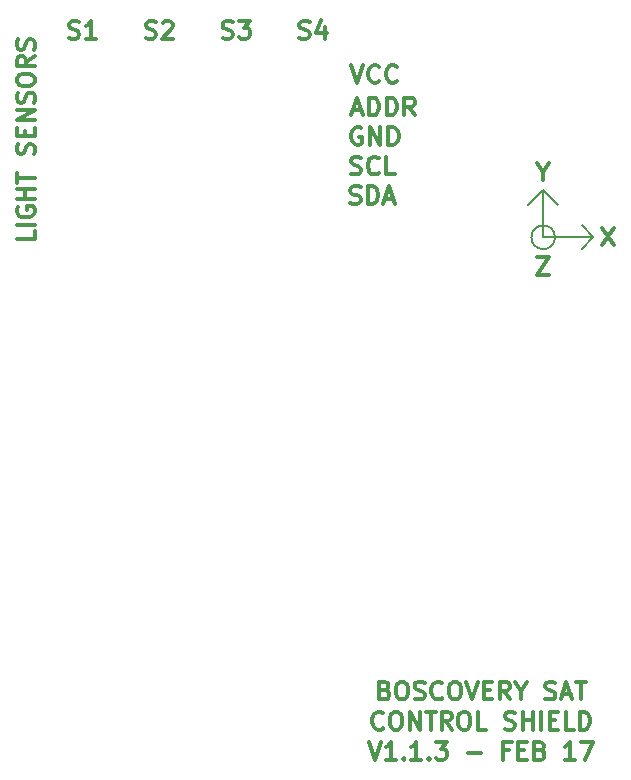
<source format=gbr>
G04 #@! TF.FileFunction,Other,ECO1*
%FSLAX46Y46*%
G04 Gerber Fmt 4.6, Leading zero omitted, Abs format (unit mm)*
G04 Created by KiCad (PCBNEW 4.0.6-e0-6349~53~ubuntu14.04.1) date Wed May 10 06:37:38 2017*
%MOMM*%
%LPD*%
G01*
G04 APERTURE LIST*
%ADD10C,0.100000*%
%ADD11C,0.300000*%
%ADD12C,0.200000*%
G04 APERTURE END LIST*
D10*
D11*
X178107144Y-110842857D02*
X178321430Y-110914286D01*
X178392858Y-110985714D01*
X178464287Y-111128571D01*
X178464287Y-111342857D01*
X178392858Y-111485714D01*
X178321430Y-111557143D01*
X178178572Y-111628571D01*
X177607144Y-111628571D01*
X177607144Y-110128571D01*
X178107144Y-110128571D01*
X178250001Y-110200000D01*
X178321430Y-110271429D01*
X178392858Y-110414286D01*
X178392858Y-110557143D01*
X178321430Y-110700000D01*
X178250001Y-110771429D01*
X178107144Y-110842857D01*
X177607144Y-110842857D01*
X179392858Y-110128571D02*
X179678572Y-110128571D01*
X179821430Y-110200000D01*
X179964287Y-110342857D01*
X180035715Y-110628571D01*
X180035715Y-111128571D01*
X179964287Y-111414286D01*
X179821430Y-111557143D01*
X179678572Y-111628571D01*
X179392858Y-111628571D01*
X179250001Y-111557143D01*
X179107144Y-111414286D01*
X179035715Y-111128571D01*
X179035715Y-110628571D01*
X179107144Y-110342857D01*
X179250001Y-110200000D01*
X179392858Y-110128571D01*
X180607144Y-111557143D02*
X180821430Y-111628571D01*
X181178573Y-111628571D01*
X181321430Y-111557143D01*
X181392859Y-111485714D01*
X181464287Y-111342857D01*
X181464287Y-111200000D01*
X181392859Y-111057143D01*
X181321430Y-110985714D01*
X181178573Y-110914286D01*
X180892859Y-110842857D01*
X180750001Y-110771429D01*
X180678573Y-110700000D01*
X180607144Y-110557143D01*
X180607144Y-110414286D01*
X180678573Y-110271429D01*
X180750001Y-110200000D01*
X180892859Y-110128571D01*
X181250001Y-110128571D01*
X181464287Y-110200000D01*
X182964287Y-111485714D02*
X182892858Y-111557143D01*
X182678572Y-111628571D01*
X182535715Y-111628571D01*
X182321430Y-111557143D01*
X182178572Y-111414286D01*
X182107144Y-111271429D01*
X182035715Y-110985714D01*
X182035715Y-110771429D01*
X182107144Y-110485714D01*
X182178572Y-110342857D01*
X182321430Y-110200000D01*
X182535715Y-110128571D01*
X182678572Y-110128571D01*
X182892858Y-110200000D01*
X182964287Y-110271429D01*
X183892858Y-110128571D02*
X184178572Y-110128571D01*
X184321430Y-110200000D01*
X184464287Y-110342857D01*
X184535715Y-110628571D01*
X184535715Y-111128571D01*
X184464287Y-111414286D01*
X184321430Y-111557143D01*
X184178572Y-111628571D01*
X183892858Y-111628571D01*
X183750001Y-111557143D01*
X183607144Y-111414286D01*
X183535715Y-111128571D01*
X183535715Y-110628571D01*
X183607144Y-110342857D01*
X183750001Y-110200000D01*
X183892858Y-110128571D01*
X184964287Y-110128571D02*
X185464287Y-111628571D01*
X185964287Y-110128571D01*
X186464287Y-110842857D02*
X186964287Y-110842857D01*
X187178573Y-111628571D02*
X186464287Y-111628571D01*
X186464287Y-110128571D01*
X187178573Y-110128571D01*
X188678573Y-111628571D02*
X188178573Y-110914286D01*
X187821430Y-111628571D02*
X187821430Y-110128571D01*
X188392858Y-110128571D01*
X188535716Y-110200000D01*
X188607144Y-110271429D01*
X188678573Y-110414286D01*
X188678573Y-110628571D01*
X188607144Y-110771429D01*
X188535716Y-110842857D01*
X188392858Y-110914286D01*
X187821430Y-110914286D01*
X189607144Y-110914286D02*
X189607144Y-111628571D01*
X189107144Y-110128571D02*
X189607144Y-110914286D01*
X190107144Y-110128571D01*
X191678572Y-111557143D02*
X191892858Y-111628571D01*
X192250001Y-111628571D01*
X192392858Y-111557143D01*
X192464287Y-111485714D01*
X192535715Y-111342857D01*
X192535715Y-111200000D01*
X192464287Y-111057143D01*
X192392858Y-110985714D01*
X192250001Y-110914286D01*
X191964287Y-110842857D01*
X191821429Y-110771429D01*
X191750001Y-110700000D01*
X191678572Y-110557143D01*
X191678572Y-110414286D01*
X191750001Y-110271429D01*
X191821429Y-110200000D01*
X191964287Y-110128571D01*
X192321429Y-110128571D01*
X192535715Y-110200000D01*
X193107143Y-111200000D02*
X193821429Y-111200000D01*
X192964286Y-111628571D02*
X193464286Y-110128571D01*
X193964286Y-111628571D01*
X194250000Y-110128571D02*
X195107143Y-110128571D01*
X194678572Y-111628571D02*
X194678572Y-110128571D01*
X177964285Y-114035714D02*
X177892856Y-114107143D01*
X177678570Y-114178571D01*
X177535713Y-114178571D01*
X177321428Y-114107143D01*
X177178570Y-113964286D01*
X177107142Y-113821429D01*
X177035713Y-113535714D01*
X177035713Y-113321429D01*
X177107142Y-113035714D01*
X177178570Y-112892857D01*
X177321428Y-112750000D01*
X177535713Y-112678571D01*
X177678570Y-112678571D01*
X177892856Y-112750000D01*
X177964285Y-112821429D01*
X178892856Y-112678571D02*
X179178570Y-112678571D01*
X179321428Y-112750000D01*
X179464285Y-112892857D01*
X179535713Y-113178571D01*
X179535713Y-113678571D01*
X179464285Y-113964286D01*
X179321428Y-114107143D01*
X179178570Y-114178571D01*
X178892856Y-114178571D01*
X178749999Y-114107143D01*
X178607142Y-113964286D01*
X178535713Y-113678571D01*
X178535713Y-113178571D01*
X178607142Y-112892857D01*
X178749999Y-112750000D01*
X178892856Y-112678571D01*
X180178571Y-114178571D02*
X180178571Y-112678571D01*
X181035714Y-114178571D01*
X181035714Y-112678571D01*
X181535714Y-112678571D02*
X182392857Y-112678571D01*
X181964286Y-114178571D02*
X181964286Y-112678571D01*
X183750000Y-114178571D02*
X183250000Y-113464286D01*
X182892857Y-114178571D02*
X182892857Y-112678571D01*
X183464285Y-112678571D01*
X183607143Y-112750000D01*
X183678571Y-112821429D01*
X183750000Y-112964286D01*
X183750000Y-113178571D01*
X183678571Y-113321429D01*
X183607143Y-113392857D01*
X183464285Y-113464286D01*
X182892857Y-113464286D01*
X184678571Y-112678571D02*
X184964285Y-112678571D01*
X185107143Y-112750000D01*
X185250000Y-112892857D01*
X185321428Y-113178571D01*
X185321428Y-113678571D01*
X185250000Y-113964286D01*
X185107143Y-114107143D01*
X184964285Y-114178571D01*
X184678571Y-114178571D01*
X184535714Y-114107143D01*
X184392857Y-113964286D01*
X184321428Y-113678571D01*
X184321428Y-113178571D01*
X184392857Y-112892857D01*
X184535714Y-112750000D01*
X184678571Y-112678571D01*
X186678572Y-114178571D02*
X185964286Y-114178571D01*
X185964286Y-112678571D01*
X188250000Y-114107143D02*
X188464286Y-114178571D01*
X188821429Y-114178571D01*
X188964286Y-114107143D01*
X189035715Y-114035714D01*
X189107143Y-113892857D01*
X189107143Y-113750000D01*
X189035715Y-113607143D01*
X188964286Y-113535714D01*
X188821429Y-113464286D01*
X188535715Y-113392857D01*
X188392857Y-113321429D01*
X188321429Y-113250000D01*
X188250000Y-113107143D01*
X188250000Y-112964286D01*
X188321429Y-112821429D01*
X188392857Y-112750000D01*
X188535715Y-112678571D01*
X188892857Y-112678571D01*
X189107143Y-112750000D01*
X189750000Y-114178571D02*
X189750000Y-112678571D01*
X189750000Y-113392857D02*
X190607143Y-113392857D01*
X190607143Y-114178571D02*
X190607143Y-112678571D01*
X191321429Y-114178571D02*
X191321429Y-112678571D01*
X192035715Y-113392857D02*
X192535715Y-113392857D01*
X192750001Y-114178571D02*
X192035715Y-114178571D01*
X192035715Y-112678571D01*
X192750001Y-112678571D01*
X194107144Y-114178571D02*
X193392858Y-114178571D01*
X193392858Y-112678571D01*
X194607144Y-114178571D02*
X194607144Y-112678571D01*
X194964287Y-112678571D01*
X195178572Y-112750000D01*
X195321430Y-112892857D01*
X195392858Y-113035714D01*
X195464287Y-113321429D01*
X195464287Y-113535714D01*
X195392858Y-113821429D01*
X195321430Y-113964286D01*
X195178572Y-114107143D01*
X194964287Y-114178571D01*
X194607144Y-114178571D01*
X176750001Y-115228571D02*
X177250001Y-116728571D01*
X177750001Y-115228571D01*
X179035715Y-116728571D02*
X178178572Y-116728571D01*
X178607144Y-116728571D02*
X178607144Y-115228571D01*
X178464287Y-115442857D01*
X178321429Y-115585714D01*
X178178572Y-115657143D01*
X179678572Y-116585714D02*
X179750000Y-116657143D01*
X179678572Y-116728571D01*
X179607143Y-116657143D01*
X179678572Y-116585714D01*
X179678572Y-116728571D01*
X181178572Y-116728571D02*
X180321429Y-116728571D01*
X180750001Y-116728571D02*
X180750001Y-115228571D01*
X180607144Y-115442857D01*
X180464286Y-115585714D01*
X180321429Y-115657143D01*
X181821429Y-116585714D02*
X181892857Y-116657143D01*
X181821429Y-116728571D01*
X181750000Y-116657143D01*
X181821429Y-116585714D01*
X181821429Y-116728571D01*
X182392858Y-115228571D02*
X183321429Y-115228571D01*
X182821429Y-115800000D01*
X183035715Y-115800000D01*
X183178572Y-115871429D01*
X183250001Y-115942857D01*
X183321429Y-116085714D01*
X183321429Y-116442857D01*
X183250001Y-116585714D01*
X183178572Y-116657143D01*
X183035715Y-116728571D01*
X182607143Y-116728571D01*
X182464286Y-116657143D01*
X182392858Y-116585714D01*
X185107143Y-116157143D02*
X186250000Y-116157143D01*
X188607143Y-115942857D02*
X188107143Y-115942857D01*
X188107143Y-116728571D02*
X188107143Y-115228571D01*
X188821429Y-115228571D01*
X189392857Y-115942857D02*
X189892857Y-115942857D01*
X190107143Y-116728571D02*
X189392857Y-116728571D01*
X189392857Y-115228571D01*
X190107143Y-115228571D01*
X191250000Y-115942857D02*
X191464286Y-116014286D01*
X191535714Y-116085714D01*
X191607143Y-116228571D01*
X191607143Y-116442857D01*
X191535714Y-116585714D01*
X191464286Y-116657143D01*
X191321428Y-116728571D01*
X190750000Y-116728571D01*
X190750000Y-115228571D01*
X191250000Y-115228571D01*
X191392857Y-115300000D01*
X191464286Y-115371429D01*
X191535714Y-115514286D01*
X191535714Y-115657143D01*
X191464286Y-115800000D01*
X191392857Y-115871429D01*
X191250000Y-115942857D01*
X190750000Y-115942857D01*
X194178571Y-116728571D02*
X193321428Y-116728571D01*
X193750000Y-116728571D02*
X193750000Y-115228571D01*
X193607143Y-115442857D01*
X193464285Y-115585714D01*
X193321428Y-115657143D01*
X194678571Y-115228571D02*
X195678571Y-115228571D01*
X195035714Y-116728571D01*
X191000001Y-74178571D02*
X192000001Y-74178571D01*
X191000001Y-75678571D01*
X192000001Y-75678571D01*
X196500001Y-71678571D02*
X197500001Y-73178571D01*
X197500001Y-71678571D02*
X196500001Y-73178571D01*
X191500000Y-66964286D02*
X191500000Y-67678571D01*
X191000000Y-66178571D02*
X191500000Y-66964286D01*
X192000000Y-66178571D01*
D12*
X192500000Y-72500000D02*
G75*
G03X192500000Y-72500000I-1000000J0D01*
G01*
X191500000Y-68500000D02*
X190250000Y-69750000D01*
X191500000Y-68500000D02*
X192750000Y-69750000D01*
X195750000Y-72500000D02*
X194750000Y-73500000D01*
X195750000Y-72500000D02*
X194750000Y-71500000D01*
X191500000Y-72500000D02*
X195750000Y-72500000D01*
X191500000Y-68500000D02*
X191500000Y-72500000D01*
D11*
X170857143Y-55607143D02*
X171071429Y-55678571D01*
X171428572Y-55678571D01*
X171571429Y-55607143D01*
X171642858Y-55535714D01*
X171714286Y-55392857D01*
X171714286Y-55250000D01*
X171642858Y-55107143D01*
X171571429Y-55035714D01*
X171428572Y-54964286D01*
X171142858Y-54892857D01*
X171000000Y-54821429D01*
X170928572Y-54750000D01*
X170857143Y-54607143D01*
X170857143Y-54464286D01*
X170928572Y-54321429D01*
X171000000Y-54250000D01*
X171142858Y-54178571D01*
X171500000Y-54178571D01*
X171714286Y-54250000D01*
X173000000Y-54678571D02*
X173000000Y-55678571D01*
X172642857Y-54107143D02*
X172285714Y-55178571D01*
X173214286Y-55178571D01*
X164357143Y-55607143D02*
X164571429Y-55678571D01*
X164928572Y-55678571D01*
X165071429Y-55607143D01*
X165142858Y-55535714D01*
X165214286Y-55392857D01*
X165214286Y-55250000D01*
X165142858Y-55107143D01*
X165071429Y-55035714D01*
X164928572Y-54964286D01*
X164642858Y-54892857D01*
X164500000Y-54821429D01*
X164428572Y-54750000D01*
X164357143Y-54607143D01*
X164357143Y-54464286D01*
X164428572Y-54321429D01*
X164500000Y-54250000D01*
X164642858Y-54178571D01*
X165000000Y-54178571D01*
X165214286Y-54250000D01*
X165714286Y-54178571D02*
X166642857Y-54178571D01*
X166142857Y-54750000D01*
X166357143Y-54750000D01*
X166500000Y-54821429D01*
X166571429Y-54892857D01*
X166642857Y-55035714D01*
X166642857Y-55392857D01*
X166571429Y-55535714D01*
X166500000Y-55607143D01*
X166357143Y-55678571D01*
X165928571Y-55678571D01*
X165785714Y-55607143D01*
X165714286Y-55535714D01*
X157857143Y-55607143D02*
X158071429Y-55678571D01*
X158428572Y-55678571D01*
X158571429Y-55607143D01*
X158642858Y-55535714D01*
X158714286Y-55392857D01*
X158714286Y-55250000D01*
X158642858Y-55107143D01*
X158571429Y-55035714D01*
X158428572Y-54964286D01*
X158142858Y-54892857D01*
X158000000Y-54821429D01*
X157928572Y-54750000D01*
X157857143Y-54607143D01*
X157857143Y-54464286D01*
X157928572Y-54321429D01*
X158000000Y-54250000D01*
X158142858Y-54178571D01*
X158500000Y-54178571D01*
X158714286Y-54250000D01*
X159285714Y-54321429D02*
X159357143Y-54250000D01*
X159500000Y-54178571D01*
X159857143Y-54178571D01*
X160000000Y-54250000D01*
X160071429Y-54321429D01*
X160142857Y-54464286D01*
X160142857Y-54607143D01*
X160071429Y-54821429D01*
X159214286Y-55678571D01*
X160142857Y-55678571D01*
X151357143Y-55607143D02*
X151571429Y-55678571D01*
X151928572Y-55678571D01*
X152071429Y-55607143D01*
X152142858Y-55535714D01*
X152214286Y-55392857D01*
X152214286Y-55250000D01*
X152142858Y-55107143D01*
X152071429Y-55035714D01*
X151928572Y-54964286D01*
X151642858Y-54892857D01*
X151500000Y-54821429D01*
X151428572Y-54750000D01*
X151357143Y-54607143D01*
X151357143Y-54464286D01*
X151428572Y-54321429D01*
X151500000Y-54250000D01*
X151642858Y-54178571D01*
X152000000Y-54178571D01*
X152214286Y-54250000D01*
X153642857Y-55678571D02*
X152785714Y-55678571D01*
X153214286Y-55678571D02*
X153214286Y-54178571D01*
X153071429Y-54392857D01*
X152928571Y-54535714D01*
X152785714Y-54607143D01*
X175178572Y-69607143D02*
X175392858Y-69678571D01*
X175750001Y-69678571D01*
X175892858Y-69607143D01*
X175964287Y-69535714D01*
X176035715Y-69392857D01*
X176035715Y-69250000D01*
X175964287Y-69107143D01*
X175892858Y-69035714D01*
X175750001Y-68964286D01*
X175464287Y-68892857D01*
X175321429Y-68821429D01*
X175250001Y-68750000D01*
X175178572Y-68607143D01*
X175178572Y-68464286D01*
X175250001Y-68321429D01*
X175321429Y-68250000D01*
X175464287Y-68178571D01*
X175821429Y-68178571D01*
X176035715Y-68250000D01*
X176678572Y-69678571D02*
X176678572Y-68178571D01*
X177035715Y-68178571D01*
X177250000Y-68250000D01*
X177392858Y-68392857D01*
X177464286Y-68535714D01*
X177535715Y-68821429D01*
X177535715Y-69035714D01*
X177464286Y-69321429D01*
X177392858Y-69464286D01*
X177250000Y-69607143D01*
X177035715Y-69678571D01*
X176678572Y-69678571D01*
X178107143Y-69250000D02*
X178821429Y-69250000D01*
X177964286Y-69678571D02*
X178464286Y-68178571D01*
X178964286Y-69678571D01*
X175214286Y-67107143D02*
X175428572Y-67178571D01*
X175785715Y-67178571D01*
X175928572Y-67107143D01*
X176000001Y-67035714D01*
X176071429Y-66892857D01*
X176071429Y-66750000D01*
X176000001Y-66607143D01*
X175928572Y-66535714D01*
X175785715Y-66464286D01*
X175500001Y-66392857D01*
X175357143Y-66321429D01*
X175285715Y-66250000D01*
X175214286Y-66107143D01*
X175214286Y-65964286D01*
X175285715Y-65821429D01*
X175357143Y-65750000D01*
X175500001Y-65678571D01*
X175857143Y-65678571D01*
X176071429Y-65750000D01*
X177571429Y-67035714D02*
X177500000Y-67107143D01*
X177285714Y-67178571D01*
X177142857Y-67178571D01*
X176928572Y-67107143D01*
X176785714Y-66964286D01*
X176714286Y-66821429D01*
X176642857Y-66535714D01*
X176642857Y-66321429D01*
X176714286Y-66035714D01*
X176785714Y-65892857D01*
X176928572Y-65750000D01*
X177142857Y-65678571D01*
X177285714Y-65678571D01*
X177500000Y-65750000D01*
X177571429Y-65821429D01*
X178928572Y-67178571D02*
X178214286Y-67178571D01*
X178214286Y-65678571D01*
X176107143Y-63250000D02*
X175964286Y-63178571D01*
X175750000Y-63178571D01*
X175535715Y-63250000D01*
X175392857Y-63392857D01*
X175321429Y-63535714D01*
X175250000Y-63821429D01*
X175250000Y-64035714D01*
X175321429Y-64321429D01*
X175392857Y-64464286D01*
X175535715Y-64607143D01*
X175750000Y-64678571D01*
X175892857Y-64678571D01*
X176107143Y-64607143D01*
X176178572Y-64535714D01*
X176178572Y-64035714D01*
X175892857Y-64035714D01*
X176821429Y-64678571D02*
X176821429Y-63178571D01*
X177678572Y-64678571D01*
X177678572Y-63178571D01*
X178392858Y-64678571D02*
X178392858Y-63178571D01*
X178750001Y-63178571D01*
X178964286Y-63250000D01*
X179107144Y-63392857D01*
X179178572Y-63535714D01*
X179250001Y-63821429D01*
X179250001Y-64035714D01*
X179178572Y-64321429D01*
X179107144Y-64464286D01*
X178964286Y-64607143D01*
X178750001Y-64678571D01*
X178392858Y-64678571D01*
X175392857Y-61750000D02*
X176107143Y-61750000D01*
X175250000Y-62178571D02*
X175750000Y-60678571D01*
X176250000Y-62178571D01*
X176750000Y-62178571D02*
X176750000Y-60678571D01*
X177107143Y-60678571D01*
X177321428Y-60750000D01*
X177464286Y-60892857D01*
X177535714Y-61035714D01*
X177607143Y-61321429D01*
X177607143Y-61535714D01*
X177535714Y-61821429D01*
X177464286Y-61964286D01*
X177321428Y-62107143D01*
X177107143Y-62178571D01*
X176750000Y-62178571D01*
X178250000Y-62178571D02*
X178250000Y-60678571D01*
X178607143Y-60678571D01*
X178821428Y-60750000D01*
X178964286Y-60892857D01*
X179035714Y-61035714D01*
X179107143Y-61321429D01*
X179107143Y-61535714D01*
X179035714Y-61821429D01*
X178964286Y-61964286D01*
X178821428Y-62107143D01*
X178607143Y-62178571D01*
X178250000Y-62178571D01*
X180607143Y-62178571D02*
X180107143Y-61464286D01*
X179750000Y-62178571D02*
X179750000Y-60678571D01*
X180321428Y-60678571D01*
X180464286Y-60750000D01*
X180535714Y-60821429D01*
X180607143Y-60964286D01*
X180607143Y-61178571D01*
X180535714Y-61321429D01*
X180464286Y-61392857D01*
X180321428Y-61464286D01*
X179750000Y-61464286D01*
X175250000Y-57928571D02*
X175750000Y-59428571D01*
X176250000Y-57928571D01*
X177607143Y-59285714D02*
X177535714Y-59357143D01*
X177321428Y-59428571D01*
X177178571Y-59428571D01*
X176964286Y-59357143D01*
X176821428Y-59214286D01*
X176750000Y-59071429D01*
X176678571Y-58785714D01*
X176678571Y-58571429D01*
X176750000Y-58285714D01*
X176821428Y-58142857D01*
X176964286Y-58000000D01*
X177178571Y-57928571D01*
X177321428Y-57928571D01*
X177535714Y-58000000D01*
X177607143Y-58071429D01*
X179107143Y-59285714D02*
X179035714Y-59357143D01*
X178821428Y-59428571D01*
X178678571Y-59428571D01*
X178464286Y-59357143D01*
X178321428Y-59214286D01*
X178250000Y-59071429D01*
X178178571Y-58785714D01*
X178178571Y-58571429D01*
X178250000Y-58285714D01*
X178321428Y-58142857D01*
X178464286Y-58000000D01*
X178678571Y-57928571D01*
X178821428Y-57928571D01*
X179035714Y-58000000D01*
X179107143Y-58071429D01*
X148428571Y-71964285D02*
X148428571Y-72678571D01*
X146928571Y-72678571D01*
X148428571Y-71464285D02*
X146928571Y-71464285D01*
X147000000Y-69964285D02*
X146928571Y-70107142D01*
X146928571Y-70321428D01*
X147000000Y-70535713D01*
X147142857Y-70678571D01*
X147285714Y-70749999D01*
X147571429Y-70821428D01*
X147785714Y-70821428D01*
X148071429Y-70749999D01*
X148214286Y-70678571D01*
X148357143Y-70535713D01*
X148428571Y-70321428D01*
X148428571Y-70178571D01*
X148357143Y-69964285D01*
X148285714Y-69892856D01*
X147785714Y-69892856D01*
X147785714Y-70178571D01*
X148428571Y-69249999D02*
X146928571Y-69249999D01*
X147642857Y-69249999D02*
X147642857Y-68392856D01*
X148428571Y-68392856D02*
X146928571Y-68392856D01*
X146928571Y-67892856D02*
X146928571Y-67035713D01*
X148428571Y-67464284D02*
X146928571Y-67464284D01*
X148357143Y-65464285D02*
X148428571Y-65249999D01*
X148428571Y-64892856D01*
X148357143Y-64749999D01*
X148285714Y-64678570D01*
X148142857Y-64607142D01*
X148000000Y-64607142D01*
X147857143Y-64678570D01*
X147785714Y-64749999D01*
X147714286Y-64892856D01*
X147642857Y-65178570D01*
X147571429Y-65321428D01*
X147500000Y-65392856D01*
X147357143Y-65464285D01*
X147214286Y-65464285D01*
X147071429Y-65392856D01*
X147000000Y-65321428D01*
X146928571Y-65178570D01*
X146928571Y-64821428D01*
X147000000Y-64607142D01*
X147642857Y-63964285D02*
X147642857Y-63464285D01*
X148428571Y-63249999D02*
X148428571Y-63964285D01*
X146928571Y-63964285D01*
X146928571Y-63249999D01*
X148428571Y-62607142D02*
X146928571Y-62607142D01*
X148428571Y-61749999D01*
X146928571Y-61749999D01*
X148357143Y-61107142D02*
X148428571Y-60892856D01*
X148428571Y-60535713D01*
X148357143Y-60392856D01*
X148285714Y-60321427D01*
X148142857Y-60249999D01*
X148000000Y-60249999D01*
X147857143Y-60321427D01*
X147785714Y-60392856D01*
X147714286Y-60535713D01*
X147642857Y-60821427D01*
X147571429Y-60964285D01*
X147500000Y-61035713D01*
X147357143Y-61107142D01*
X147214286Y-61107142D01*
X147071429Y-61035713D01*
X147000000Y-60964285D01*
X146928571Y-60821427D01*
X146928571Y-60464285D01*
X147000000Y-60249999D01*
X146928571Y-59321428D02*
X146928571Y-59035714D01*
X147000000Y-58892856D01*
X147142857Y-58749999D01*
X147428571Y-58678571D01*
X147928571Y-58678571D01*
X148214286Y-58749999D01*
X148357143Y-58892856D01*
X148428571Y-59035714D01*
X148428571Y-59321428D01*
X148357143Y-59464285D01*
X148214286Y-59607142D01*
X147928571Y-59678571D01*
X147428571Y-59678571D01*
X147142857Y-59607142D01*
X147000000Y-59464285D01*
X146928571Y-59321428D01*
X148428571Y-57178570D02*
X147714286Y-57678570D01*
X148428571Y-58035713D02*
X146928571Y-58035713D01*
X146928571Y-57464285D01*
X147000000Y-57321427D01*
X147071429Y-57249999D01*
X147214286Y-57178570D01*
X147428571Y-57178570D01*
X147571429Y-57249999D01*
X147642857Y-57321427D01*
X147714286Y-57464285D01*
X147714286Y-58035713D01*
X148357143Y-56607142D02*
X148428571Y-56392856D01*
X148428571Y-56035713D01*
X148357143Y-55892856D01*
X148285714Y-55821427D01*
X148142857Y-55749999D01*
X148000000Y-55749999D01*
X147857143Y-55821427D01*
X147785714Y-55892856D01*
X147714286Y-56035713D01*
X147642857Y-56321427D01*
X147571429Y-56464285D01*
X147500000Y-56535713D01*
X147357143Y-56607142D01*
X147214286Y-56607142D01*
X147071429Y-56535713D01*
X147000000Y-56464285D01*
X146928571Y-56321427D01*
X146928571Y-55964285D01*
X147000000Y-55749999D01*
M02*

</source>
